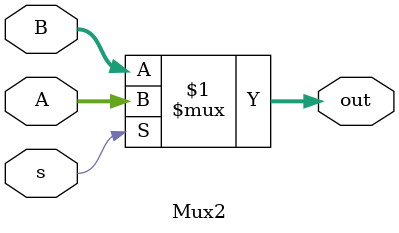
<source format=v>
module Mux2 #(parameter Width = 32)
(
    input [Width-1 : 0] A, B,
    input  s,
    output [Width-1 : 0] out
);

assign out = s ? A : B;
endmodule


</source>
